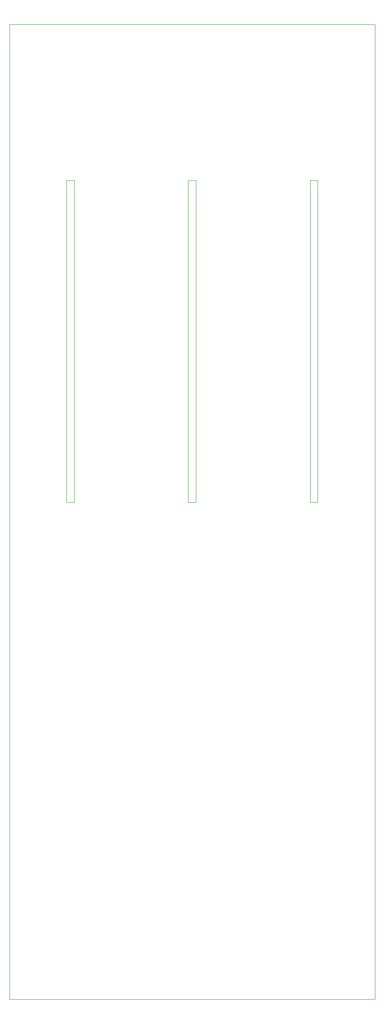
<source format=gm1>
G04 #@! TF.GenerationSoftware,KiCad,Pcbnew,6.0.1-79c1e3a40b~116~ubuntu20.04.1*
G04 #@! TF.CreationDate,2022-01-29T19:49:55-05:00*
G04 #@! TF.ProjectId,attenuverters_panel,61747465-6e75-4766-9572-746572735f70,rev?*
G04 #@! TF.SameCoordinates,Original*
G04 #@! TF.FileFunction,Profile,NP*
%FSLAX46Y46*%
G04 Gerber Fmt 4.6, Leading zero omitted, Abs format (unit mm)*
G04 Created by KiCad (PCBNEW 6.0.1-79c1e3a40b~116~ubuntu20.04.1) date 2022-01-29 19:49:55*
%MOMM*%
%LPD*%
G01*
G04 APERTURE LIST*
G04 #@! TA.AperFunction,Profile*
%ADD10C,0.100000*%
G04 #@! TD*
G04 #@! TA.AperFunction,Profile*
%ADD11C,0.120000*%
G04 #@! TD*
G04 APERTURE END LIST*
D10*
X16100000Y-207600000D02*
X91100000Y-207600000D01*
X91100000Y-7600000D02*
X16100000Y-7600000D01*
X16100000Y-7600000D02*
X16100000Y-207600000D01*
X91100000Y-207600000D02*
X91100000Y-7600000D01*
D11*
G04 #@! TO.C,H8*
X29400000Y-105600000D02*
X27800000Y-105600000D01*
X27800000Y-105600000D02*
X27800000Y-39600000D01*
X27800000Y-39600000D02*
X29400000Y-39600000D01*
X29400000Y-39600000D02*
X29400000Y-105600000D01*
G04 #@! TO.C,H10*
X52800000Y-105600000D02*
X52800000Y-39600000D01*
X54400000Y-105600000D02*
X52800000Y-105600000D01*
X54400000Y-39600000D02*
X54400000Y-105600000D01*
X52800000Y-39600000D02*
X54400000Y-39600000D01*
G04 #@! TO.C,H11*
X79400000Y-39600000D02*
X79400000Y-105600000D01*
X77800000Y-105600000D02*
X77800000Y-39600000D01*
X77800000Y-39600000D02*
X79400000Y-39600000D01*
X79400000Y-105600000D02*
X77800000Y-105600000D01*
G04 #@! TD*
M02*

</source>
